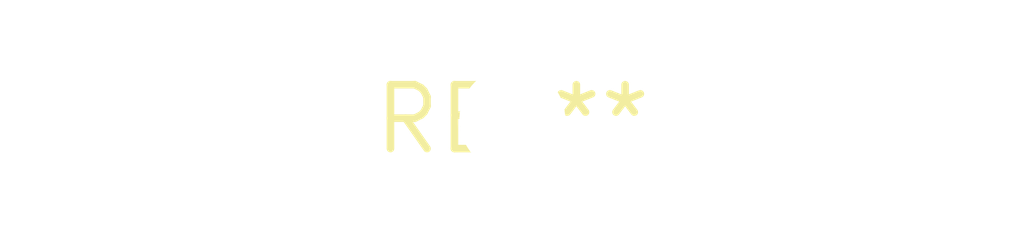
<source format=kicad_pcb>
(kicad_pcb (version 20240108) (generator pcbnew)
  (layers (0 "F.Cu" signal) (31 "B.Cu" signal) (34 "B.Paste" user) (35 "F.Paste" user) (36 "B.SilkS" user "B.Silkscreen") (37 "F.SilkS" user "F.Silkscreen") (38 "B.Mask" user) (39 "F.Mask" user) (44 "Edge.Cuts" user))
  (net 0 "")
  (footprint "MountingHole_2.1mm" (layer "F.Cu") (at 0 0)
    (property "Reference" "REF**")
    (property "Value" "MountingHole_2.1mm")
    (pad "" np_thru_hole circle (at 0 0) (size 2.1 2.1) (drill 2.1) (layers *.Cu *.Mask))
  )
)
</source>
